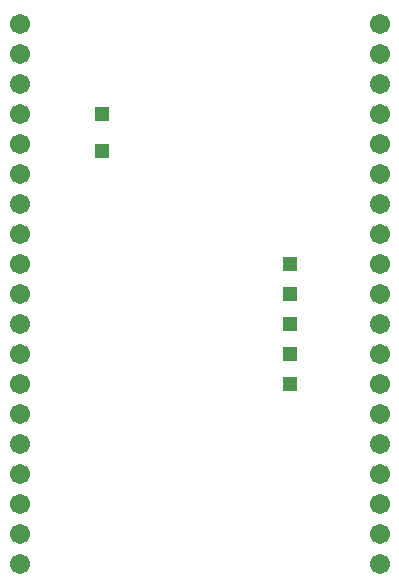
<source format=gbs>
G75*
%MOIN*%
%OFA0B0*%
%FSLAX25Y25*%
%IPPOS*%
%LPD*%
%AMOC8*
5,1,8,0,0,1.08239X$1,22.5*
%
%ADD10C,0.06737*%
%ADD11R,0.04762X0.04762*%
D10*
X0011800Y0011800D03*
X0011800Y0021800D03*
X0011800Y0031800D03*
X0011800Y0041800D03*
X0011800Y0051800D03*
X0011800Y0061800D03*
X0011800Y0071800D03*
X0011800Y0081800D03*
X0011800Y0091800D03*
X0011800Y0101800D03*
X0011800Y0111800D03*
X0011800Y0121800D03*
X0011800Y0131800D03*
X0011800Y0141800D03*
X0011800Y0151800D03*
X0011800Y0161800D03*
X0011800Y0171800D03*
X0011800Y0181800D03*
X0011800Y0191800D03*
X0131800Y0191800D03*
X0131800Y0181800D03*
X0131800Y0171800D03*
X0131800Y0161800D03*
X0131800Y0151800D03*
X0131800Y0141800D03*
X0131800Y0131800D03*
X0131800Y0121800D03*
X0131800Y0111800D03*
X0131800Y0101800D03*
X0131800Y0091800D03*
X0131800Y0081800D03*
X0131800Y0071800D03*
X0131800Y0061800D03*
X0131800Y0051800D03*
X0131800Y0041800D03*
X0131800Y0031800D03*
X0131800Y0021800D03*
X0131800Y0011800D03*
D11*
X0101800Y0071800D03*
X0101800Y0081800D03*
X0101800Y0091800D03*
X0101800Y0101800D03*
X0101800Y0111800D03*
X0039300Y0149300D03*
X0039300Y0161800D03*
M02*

</source>
